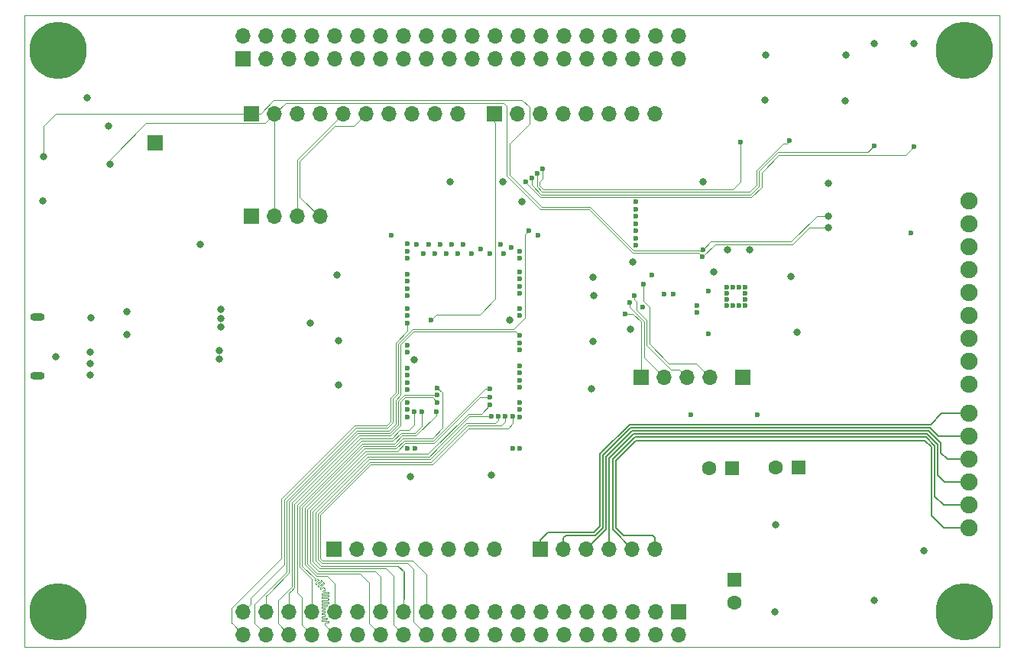
<source format=gbr>
G04 #@! TF.GenerationSoftware,KiCad,Pcbnew,5.1.4-e60b266~84~ubuntu16.04.1*
G04 #@! TF.CreationDate,2019-11-21T17:23:13+01:00*
G04 #@! TF.ProjectId,SRAM_board,5352414d-5f62-46f6-9172-642e6b696361,rev?*
G04 #@! TF.SameCoordinates,Original*
G04 #@! TF.FileFunction,Copper,L3,Inr*
G04 #@! TF.FilePolarity,Positive*
%FSLAX46Y46*%
G04 Gerber Fmt 4.6, Leading zero omitted, Abs format (unit mm)*
G04 Created by KiCad (PCBNEW 5.1.4-e60b266~84~ubuntu16.04.1) date 2019-11-21 17:23:13*
%MOMM*%
%LPD*%
G04 APERTURE LIST*
%ADD10C,0.050000*%
%ADD11C,6.350000*%
%ADD12R,1.600000X1.600000*%
%ADD13C,1.600000*%
%ADD14R,1.700000X1.700000*%
%ADD15O,1.700000X1.700000*%
%ADD16O,1.600000X0.900000*%
%ADD17C,1.900000*%
%ADD18C,0.600000*%
%ADD19C,0.800000*%
%ADD20C,0.088900*%
%ADD21C,0.152400*%
G04 APERTURE END LIST*
D10*
X104280000Y66110000D02*
X104280000Y66030000D01*
X104280000Y-3885000D02*
X104280000Y-3800000D01*
X-3720000Y-3800000D02*
X-3720000Y-3885000D01*
X-3720000Y66030000D02*
X-3720000Y66110000D01*
X104280000Y-3800000D02*
X104280000Y66030000D01*
X-3720000Y-3885000D02*
X104280000Y-3885000D01*
X-3720000Y66110000D02*
X104280000Y66110000D01*
X-3720000Y-3800000D02*
X-3720000Y66030000D01*
D11*
X100440000Y62230000D03*
X100440000Y0D03*
X0Y62230000D03*
X0Y0D03*
D12*
X74879200Y3530600D03*
D13*
X74879200Y1030600D03*
X79516600Y16017240D03*
D12*
X82016600Y16017240D03*
X74655680Y15930880D03*
D13*
X72155680Y15930880D03*
D14*
X48370000Y55250000D03*
D15*
X50910000Y55250000D03*
X53450000Y55250000D03*
X55990000Y55250000D03*
X58530000Y55250000D03*
X61070000Y55250000D03*
X63610000Y55250000D03*
X66150000Y55250000D03*
D14*
X53450000Y6990000D03*
D15*
X55990000Y6990000D03*
X58530000Y6990000D03*
X61070000Y6990000D03*
X63610000Y6990000D03*
X66150000Y6990000D03*
D14*
X21450000Y55250000D03*
D15*
X23990000Y55250000D03*
X26530000Y55250000D03*
X29070000Y55250000D03*
X31610000Y55250000D03*
X34150000Y55250000D03*
X36690000Y55250000D03*
X39230000Y55250000D03*
X41770000Y55250000D03*
X44310000Y55250000D03*
X48370000Y6990000D03*
X45830000Y6990000D03*
X43290000Y6990000D03*
X40750000Y6990000D03*
X38210000Y6990000D03*
X35670000Y6990000D03*
X33130000Y6990000D03*
D14*
X30590000Y6990000D03*
X10706100Y51981100D03*
X64566800Y26009600D03*
D15*
X67106800Y26009600D03*
X69646800Y26009600D03*
X72186800Y26009600D03*
D14*
X75844400Y26009600D03*
D15*
X68760000Y63880000D03*
X68760000Y61340000D03*
X66220000Y63880000D03*
X66220000Y61340000D03*
X63680000Y63880000D03*
X63680000Y61340000D03*
X61140000Y63880000D03*
X61140000Y61340000D03*
X58600000Y63880000D03*
X58600000Y61340000D03*
X56060000Y63880000D03*
X56060000Y61340000D03*
X53520000Y63880000D03*
X53520000Y61340000D03*
X50980000Y63880000D03*
X50980000Y61340000D03*
X48440000Y63880000D03*
X48440000Y61340000D03*
X45900000Y63880000D03*
X45900000Y61340000D03*
X43360000Y63880000D03*
X43360000Y61340000D03*
X40820000Y63880000D03*
X40820000Y61340000D03*
X38280000Y63880000D03*
X38280000Y61340000D03*
X35740000Y63880000D03*
X35740000Y61340000D03*
X33200000Y63880000D03*
X33200000Y61340000D03*
X30660000Y63880000D03*
X30660000Y61340000D03*
X28120000Y63880000D03*
X28120000Y61340000D03*
X25580000Y63880000D03*
X25580000Y61340000D03*
X23040000Y63880000D03*
X23040000Y61340000D03*
X20500000Y63880000D03*
D14*
X20500000Y61340000D03*
X68760000Y0D03*
D15*
X68760000Y-2540000D03*
X66220000Y0D03*
X66220000Y-2540000D03*
X63680000Y0D03*
X63680000Y-2540000D03*
X61140000Y0D03*
X61140000Y-2540000D03*
X58600000Y0D03*
X58600000Y-2540000D03*
X56060000Y0D03*
X56060000Y-2540000D03*
X53520000Y0D03*
X53520000Y-2540000D03*
X50980000Y0D03*
X50980000Y-2540000D03*
X48440000Y0D03*
X48440000Y-2540000D03*
X45900000Y0D03*
X45900000Y-2540000D03*
X43360000Y0D03*
X43360000Y-2540000D03*
X40820000Y0D03*
X40820000Y-2540000D03*
X38280000Y0D03*
X38280000Y-2540000D03*
X35740000Y0D03*
X35740000Y-2540000D03*
X33200000Y0D03*
X33200000Y-2540000D03*
X30660000Y0D03*
X30660000Y-2540000D03*
X28120000Y0D03*
X28120000Y-2540000D03*
X25580000Y0D03*
X25580000Y-2540000D03*
X23040000Y0D03*
X23040000Y-2540000D03*
X20500000Y0D03*
X20500000Y-2540000D03*
D16*
X-2286000Y32733520D03*
X-2286000Y26133520D03*
D17*
X100939600Y25247600D03*
X100939600Y27787600D03*
X100939600Y30327600D03*
X100939600Y32867600D03*
X100939600Y35407600D03*
X100939600Y37947600D03*
X100939600Y40487600D03*
X100939600Y43027600D03*
X100939600Y45567600D03*
X100939600Y22009100D03*
X100939600Y19469100D03*
X100939600Y16929100D03*
X100939600Y14389100D03*
X100939600Y11849100D03*
X100939600Y9309100D03*
D15*
X29006800Y43853100D03*
X26466800Y43853100D03*
X23926800Y43853100D03*
D14*
X21386800Y43853100D03*
D18*
X76098400Y33985200D03*
X75412600Y33985200D03*
X74752200Y33985200D03*
X74091800Y33985200D03*
X76098400Y34645600D03*
X74091800Y34645600D03*
X74091800Y35306000D03*
X76098400Y35306000D03*
X76098400Y36017200D03*
X75412600Y36017200D03*
X74752200Y36017200D03*
X74091800Y36017200D03*
D19*
X51384200Y45491400D03*
X49225200Y47675800D03*
X43383200Y47675800D03*
X59261150Y37109400D03*
X59309000Y35052000D03*
X59080400Y24765000D03*
X38989000Y14960600D03*
X48006000Y15189200D03*
X30883330Y37388800D03*
X31031959Y30085162D03*
X31038800Y25120600D03*
X59283600Y29946600D03*
X79400400Y0D03*
X79476600Y9702800D03*
X90449400Y1295400D03*
X95935800Y6756400D03*
X7594600Y33248600D03*
X7594600Y30708600D03*
X3657600Y32613600D03*
X3530600Y26263600D03*
X-279400Y28295600D03*
X3530600Y28803600D03*
X3530600Y27533600D03*
X27914600Y31978600D03*
X18008600Y32486600D03*
X18009278Y33497979D03*
X17881600Y28930600D03*
X17881600Y28041600D03*
X15722600Y40741600D03*
D18*
X94462600Y42011600D03*
D19*
X63411100Y31343600D03*
X63665100Y38773100D03*
D18*
X65760600Y37312600D03*
X67094100Y35217100D03*
X68110100Y35217100D03*
X64744600Y33756600D03*
D19*
X-1676400Y45567600D03*
X3213100Y56997600D03*
X5562600Y53822600D03*
D18*
X70104000Y21844000D03*
X77470000Y21844000D03*
D19*
X78333600Y56743600D03*
X78384400Y61772800D03*
X87274400Y61722000D03*
X87223600Y56642000D03*
X90373200Y62992000D03*
X94792800Y62992000D03*
X85293200Y47548800D03*
X71424800Y47650400D03*
X72593200Y37719000D03*
X81864200Y30962600D03*
X81203800Y37160200D03*
X74193400Y40132040D03*
X76606400Y40132040D03*
X18008600Y31597600D03*
X50012600Y32359600D03*
X39408100Y27914600D03*
D18*
X81026000Y52222400D03*
X53043507Y48599742D03*
X75590400Y52120800D03*
X53685545Y49077016D03*
X51155600Y30619603D03*
X63982600Y40640582D03*
X63982600Y41440585D03*
X63982600Y42240588D03*
X63982600Y43040591D03*
X63982600Y43840594D03*
X63982600Y44640597D03*
X63982600Y45440600D03*
D19*
X-1651000Y50444400D03*
X85318600Y43865800D03*
D18*
X71426051Y40169558D03*
X70755685Y33993915D03*
D19*
X5765800Y49606200D03*
X85293200Y42621200D03*
D18*
X71399400Y39370000D03*
X70765368Y33193971D03*
X94792800Y51562000D03*
X51765200Y47650400D03*
X90373200Y51663600D03*
X52451196Y48061997D03*
X62776100Y33058100D03*
X63347600Y34328100D03*
X63855600Y35026600D03*
X64808100Y36296600D03*
X72034400Y35534600D03*
X72034400Y30835600D03*
X38709600Y21615594D03*
X53187600Y41757600D03*
X36931600Y41757600D03*
X51155600Y21615594D03*
X45821600Y39725600D03*
X46843625Y40227575D03*
X38709600Y29565600D03*
X51155600Y39979600D03*
X38709600Y28765597D03*
X51155600Y39179597D03*
X38709600Y27025600D03*
X51155600Y37693600D03*
X38709600Y26225597D03*
X51155600Y36893597D03*
X38709600Y25425594D03*
X51155600Y36093594D03*
X38709600Y24625591D03*
X51155600Y35293591D03*
X38709600Y23215600D03*
X51155600Y33629600D03*
X38709600Y22415597D03*
X51155600Y32829597D03*
X38709600Y32829597D03*
X51155600Y29819600D03*
X38709600Y33629600D03*
X51155600Y29019597D03*
X38709600Y35039591D03*
X51155600Y27279600D03*
X38709600Y35839594D03*
X51155600Y26479597D03*
X38709600Y36639597D03*
X51155600Y25679594D03*
X38709600Y37439600D03*
X51155600Y24879591D03*
X38709600Y39179597D03*
X51155600Y23215600D03*
X38709600Y39979600D03*
X51155600Y22415597D03*
X50237405Y40435539D03*
X49377600Y39725600D03*
X49001250Y40741600D03*
X47853600Y39725600D03*
X44842050Y40741600D03*
X43027600Y39725600D03*
X44297600Y39725600D03*
X41757600Y39725600D03*
X43572050Y40741600D03*
X42302050Y40741600D03*
X41032050Y40741600D03*
X40487600Y39725600D03*
X39725600Y40741600D03*
X38709600Y40779603D03*
X38709600Y18135600D03*
X39509603Y18135600D03*
X50355597Y18135600D03*
X51155600Y18135600D03*
X52171600Y42265600D03*
X38709600Y32029594D03*
X39479278Y22197424D03*
X40279276Y22199731D03*
X41275000Y32385000D03*
X41879278Y22199613D03*
X42011600Y23215600D03*
X42011600Y24015603D03*
X42011600Y24815606D03*
X47853600Y24739600D03*
X47853600Y23761603D03*
X47853600Y22961600D03*
X47959552Y21691588D03*
X48759553Y21691653D03*
X49559554Y21691264D03*
X50359548Y21694996D03*
D20*
X80315241Y51922401D02*
X77349380Y48956540D01*
X80726001Y51922401D02*
X80315241Y51922401D01*
X81026000Y52222400D02*
X80726001Y51922401D01*
X77349380Y48956540D02*
X77349380Y47330940D01*
X77349380Y47330940D02*
X76581311Y46562871D01*
X76581311Y46562871D02*
X53619089Y46562871D01*
X53043507Y47138453D02*
X53043507Y48599742D01*
X53619089Y46562871D02*
X53043507Y47138453D01*
X75590400Y52120800D02*
X75590400Y47715381D01*
X75590400Y47715381D02*
X74726800Y46851781D01*
X63514181Y46851781D02*
X53738759Y46851781D01*
X74726800Y46851781D02*
X63514181Y46851781D01*
X63514181Y46851781D02*
X63449200Y46851781D01*
X53738759Y46851781D02*
X53340000Y47250540D01*
X53340000Y47250540D02*
X53340000Y47701200D01*
X53685545Y48046745D02*
X53685545Y49077016D01*
X53340000Y47701200D02*
X53685545Y48046745D01*
X51155600Y30619603D02*
X50720513Y31054690D01*
X39392902Y31054690D02*
X37947600Y29609388D01*
X50720513Y31054690D02*
X39392902Y31054690D01*
X37947600Y29609388D02*
X37947600Y24076548D01*
X37369780Y23498728D02*
X37369780Y20870208D01*
X37947600Y24076548D02*
X37369780Y23498728D01*
X37369780Y20870208D02*
X36612996Y20113424D01*
X33089884Y20113424D02*
X25301770Y12325310D01*
X36612996Y20113424D02*
X33089884Y20113424D01*
X25301770Y12325310D02*
X25301770Y4450550D01*
X25301770Y4450550D02*
X21742400Y891180D01*
X21742400Y-1242400D02*
X23040000Y-2540000D01*
X21742400Y891180D02*
X21742400Y-1242400D01*
D21*
X97891600Y22009100D02*
X100939600Y22009100D01*
X96662830Y20780330D02*
X97891600Y22009100D01*
X63290681Y20780330D02*
X96662830Y20780330D01*
X60012770Y17502419D02*
X60219208Y17708856D01*
X60012770Y9469534D02*
X60012770Y17502419D01*
X53450000Y6990000D02*
X53450000Y7992400D01*
X53450000Y7992400D02*
X54293610Y8836010D01*
X54293610Y8836010D02*
X59379246Y8836010D01*
X60219208Y17708856D02*
X63290681Y20780330D01*
X59379246Y8836010D02*
X60012770Y9469534D01*
X55990000Y8192081D02*
X56281519Y8483600D01*
X55990000Y6990000D02*
X55990000Y8192081D01*
X56281519Y8483600D02*
X59525218Y8483600D01*
X59525218Y8483600D02*
X60365180Y9323562D01*
X60365180Y17356446D02*
X63436654Y20427920D01*
X60365180Y9323562D02*
X60365180Y17356446D01*
X63436654Y20427920D02*
X67735420Y20427920D01*
X67735420Y20427920D02*
X68046600Y20427920D01*
X97535632Y19469100D02*
X100939600Y19469100D01*
X96576812Y20427920D02*
X97535632Y19469100D01*
X67735420Y20427920D02*
X96576812Y20427920D01*
X60717590Y17210473D02*
X63582627Y20075510D01*
X60717590Y9177590D02*
X60717590Y17210473D01*
X58530000Y6990000D02*
X60717590Y9177590D01*
X67827510Y20075510D02*
X96430839Y20075510D01*
X96430839Y20075510D02*
X97805830Y18700519D01*
X63582627Y20075510D02*
X67827510Y20075510D01*
X67827510Y20075510D02*
X68046600Y20075510D01*
X97805830Y18700519D02*
X97805830Y17649870D01*
X98526600Y16929100D02*
X100939600Y16929100D01*
X97805830Y17649870D02*
X98526600Y16929100D01*
X61070000Y6990000D02*
X61070000Y17064500D01*
X61070000Y17064500D02*
X63728600Y19723100D01*
X96284866Y19723100D02*
X97453420Y18554546D01*
X67792600Y19723100D02*
X96284866Y19723100D01*
X63728600Y19723100D02*
X67792600Y19723100D01*
X67792600Y19723100D02*
X67983100Y19723100D01*
X97453420Y18554546D02*
X97453420Y15144780D01*
X98209100Y14389100D02*
X100939600Y14389100D01*
X97453420Y15144780D02*
X98209100Y14389100D01*
X98082100Y11849100D02*
X100939600Y11849100D01*
X97101010Y12830190D02*
X98082100Y11849100D01*
X96138893Y19370690D02*
X97101010Y18408573D01*
X97101010Y18408573D02*
X97101010Y12830190D01*
X63610000Y6990000D02*
X61422410Y9177590D01*
X61422410Y9177590D02*
X61422410Y16918528D01*
X61422410Y16918528D02*
X63874572Y19370690D01*
X63874572Y19370690D02*
X96138893Y19370690D01*
X98145600Y9309100D02*
X100939600Y9309100D01*
X62614782Y8483600D02*
X61774820Y9323562D01*
X65858481Y8483600D02*
X62614782Y8483600D01*
X61774820Y16772556D02*
X64020544Y19018280D01*
X96748600Y18262600D02*
X96748600Y10706100D01*
X66150000Y8192081D02*
X65858481Y8483600D01*
X61774820Y9323562D02*
X61774820Y16772556D01*
X64020544Y19018280D02*
X95992920Y19018280D01*
X95992920Y19018280D02*
X96748600Y18262600D01*
X66150000Y6990000D02*
X66150000Y8192081D01*
X96748600Y10706100D02*
X98145600Y9309100D01*
D20*
X-1651000Y50444400D02*
X-1651000Y53873400D01*
X-274400Y55250000D02*
X21450000Y55250000D01*
X-1651000Y53873400D02*
X-274400Y55250000D01*
X53561270Y44891310D02*
X58946071Y44891309D01*
X50012600Y51892200D02*
X50012600Y48439980D01*
X52197000Y54076600D02*
X50012600Y51892200D01*
X50012600Y48439980D02*
X53561270Y44891310D01*
X52197000Y55933886D02*
X52197000Y54076600D01*
X51403177Y56727709D02*
X52197000Y55933886D01*
X21450000Y55250000D02*
X22388900Y55250000D01*
X22388900Y55250000D02*
X23866609Y56727709D01*
X58946071Y44891309D02*
X63741249Y40096131D01*
X23866609Y56727709D02*
X51403177Y56727709D01*
X71352624Y40096131D02*
X71426051Y40169558D01*
X63741249Y40096131D02*
X71352624Y40096131D01*
X81222799Y41065399D02*
X72321892Y41065399D01*
X72321892Y41065399D02*
X71426051Y40169558D01*
X84023200Y43865800D02*
X81222799Y41065399D01*
X85318600Y43865800D02*
X84023200Y43865800D01*
X22895549Y54155549D02*
X23990000Y55250000D01*
X9749464Y54155549D02*
X22895549Y54155549D01*
X5765800Y50171885D02*
X9749464Y54155549D01*
X5765800Y49606200D02*
X5765800Y50171885D01*
X23990000Y43827400D02*
X23926800Y43764200D01*
X23990000Y55250000D02*
X23990000Y43827400D01*
X63621579Y39807221D02*
X70962179Y39807221D01*
X49682400Y48361600D02*
X53441600Y44602400D01*
X49682400Y56077612D02*
X49682400Y48361600D01*
X58826400Y44602400D02*
X63621579Y39807221D01*
X53441600Y44602400D02*
X58826400Y44602400D01*
X23990000Y55250000D02*
X25178800Y56438800D01*
X25178800Y56438800D02*
X49321212Y56438800D01*
X49321212Y56438800D02*
X49682400Y56077612D01*
X70962179Y39807221D02*
X71399400Y39370000D01*
X72805889Y40776489D02*
X71399400Y39370000D01*
X81342470Y40776490D02*
X72805889Y40776489D01*
X83187180Y42621200D02*
X81342470Y40776490D01*
X85293200Y42621200D02*
X83187180Y42621200D01*
X26466800Y50106800D02*
X26466800Y43764200D01*
X31610000Y55250000D02*
X26466800Y50106800D01*
X34150000Y55250000D02*
X32743210Y53843210D01*
X32743210Y53843210D02*
X30611790Y53843210D01*
X30611790Y53843210D02*
X26755710Y49987130D01*
X26755710Y46015290D02*
X29006800Y43764200D01*
X26755710Y49987130D02*
X26755710Y46015290D01*
X76820651Y45985051D02*
X53379749Y45985051D01*
X77927200Y47091600D02*
X76820651Y45985051D01*
X94792800Y51562000D02*
X93881590Y50650790D01*
X93881590Y50650790D02*
X79860790Y50650790D01*
X79860790Y50650790D02*
X77927200Y48717200D01*
X77927200Y48717200D02*
X77927200Y47091600D01*
X53379749Y45985051D02*
X51765200Y47599600D01*
X51765200Y47599600D02*
X51765200Y47650400D01*
X90373200Y51663600D02*
X89712800Y51003200D01*
X90373200Y51663600D02*
X89649300Y50939700D01*
X89649300Y50939700D02*
X79741119Y50939699D01*
X79741119Y50939699D02*
X77638290Y48836870D01*
X77638290Y48836870D02*
X77638290Y47211270D01*
X77638290Y47211270D02*
X76700981Y46273961D01*
X76700981Y46273961D02*
X53499419Y46273961D01*
X52451196Y47322184D02*
X52451196Y48061997D01*
X53499419Y46273961D02*
X52451196Y47322184D01*
X62776100Y33058100D02*
X63665100Y33058100D01*
X64566800Y32156400D02*
X63665100Y33058100D01*
X64566800Y26009600D02*
X64566800Y32156400D01*
X64906510Y32225270D02*
X64906510Y28209890D01*
X63347600Y33784180D02*
X64906510Y32225270D01*
X64906510Y28209890D02*
X67106800Y26009600D01*
X63347600Y34328100D02*
X63347600Y33784180D01*
X67908751Y26859599D02*
X68796801Y26859599D01*
X68796801Y26859599D02*
X69646800Y26009600D01*
X65195420Y29572930D02*
X67908751Y26859599D01*
X65195420Y32344940D02*
X65195420Y29572930D01*
X63855600Y34602336D02*
X64046100Y34411836D01*
X64046100Y33494260D02*
X65195420Y32344940D01*
X63855600Y35026600D02*
X63855600Y34602336D01*
X64046100Y34411836D02*
X64046100Y33494260D01*
X70662800Y27533600D02*
X72186800Y26009600D01*
X67665600Y27533600D02*
X70662800Y27533600D01*
X65506600Y29692600D02*
X67665600Y27533600D01*
X65484330Y33822658D02*
X65484330Y29692600D01*
X64808100Y34498888D02*
X65484330Y33822658D01*
X64808100Y36296600D02*
X64808100Y34498888D01*
X65484330Y29692600D02*
X65506600Y29692600D01*
X51700051Y32568260D02*
X50475391Y31343600D01*
X51700051Y41794051D02*
X51700051Y32568260D01*
X52171600Y42265600D02*
X51700051Y41794051D01*
X50475391Y31343600D02*
X49631600Y31343600D01*
X39273231Y31343599D02*
X37658690Y29729058D01*
X49631600Y31343600D02*
X39273231Y31343599D01*
X37658690Y29729058D02*
X37658690Y24196218D01*
X37658690Y24196218D02*
X37080870Y23618398D01*
X37080870Y23618398D02*
X37080870Y20989878D01*
X37080870Y20989878D02*
X36493326Y20402334D01*
X32970213Y20402333D02*
X25012860Y12444980D01*
X36493326Y20402334D02*
X32970213Y20402333D01*
X25012860Y12444980D02*
X25012860Y5226260D01*
X21349999Y849999D02*
X20500000Y0D01*
X21349999Y1563399D02*
X21349999Y849999D01*
X25012860Y5226260D02*
X21349999Y1563399D01*
X19255400Y-1295400D02*
X20500000Y-2540000D01*
X19202400Y-1295400D02*
X19255400Y-1295400D01*
X19202400Y431800D02*
X19202400Y-1295400D01*
X38709600Y31188548D02*
X37369780Y29848728D01*
X24723950Y12564650D02*
X24723950Y5953350D01*
X36791960Y23738068D02*
X36791960Y21109548D01*
X37369780Y29848728D02*
X37369780Y24315888D01*
X36791960Y21109548D02*
X36373654Y20691242D01*
X37369780Y24315888D02*
X36791960Y23738068D01*
X36373654Y20691242D02*
X32850542Y20691242D01*
X32850542Y20691242D02*
X24723950Y12564650D01*
X38709600Y32029594D02*
X38709600Y31188548D01*
X24723950Y5953350D02*
X19202400Y431800D01*
X39479278Y22197424D02*
X39479278Y21579484D01*
X39479278Y22197424D02*
X39479278Y20767275D01*
X38836600Y20124597D02*
X37849908Y20124596D01*
X39479278Y20767275D02*
X38836600Y20124597D01*
X36972008Y19246696D02*
X35934496Y19246696D01*
X35934496Y19246696D02*
X35934494Y19246694D01*
X37849908Y20124596D02*
X36972008Y19246696D01*
X33448894Y19246694D02*
X26168500Y11966300D01*
X35934494Y19246694D02*
X33448894Y19246694D01*
X26168500Y11966300D02*
X26168500Y2724300D01*
X25580000Y2135800D02*
X25580000Y0D01*
X26168500Y2724300D02*
X25781000Y2336800D01*
X25781000Y2336800D02*
X25580000Y2135800D01*
X25781000Y2336800D02*
X25628600Y2184400D01*
X40279276Y22199731D02*
X40279276Y20583927D01*
X37969579Y19835687D02*
X37091678Y18957786D01*
X39531036Y19835687D02*
X37969579Y19835687D01*
X40279276Y20583927D02*
X39531036Y19835687D01*
X37091678Y18957786D02*
X36068000Y18957786D01*
X33568565Y18957785D02*
X26457410Y11846630D01*
X36068000Y18957786D02*
X33568565Y18957785D01*
X26457410Y11846630D02*
X26457410Y2149610D01*
X27025549Y-1445549D02*
X28120000Y-2540000D01*
X27025549Y1581471D02*
X27025549Y-1445549D01*
X26457410Y2149610D02*
X27025549Y1581471D01*
X41275000Y32385000D02*
X41859200Y32969200D01*
X41859200Y32969200D02*
X46736000Y32969200D01*
X48456799Y54224301D02*
X48370000Y54311100D01*
X48456799Y34689999D02*
X48456799Y54224301D01*
X48370000Y54311100D02*
X48370000Y55250000D01*
X46736000Y32969200D02*
X48456799Y34689999D01*
X38089250Y19546778D02*
X37211348Y18668876D01*
X39650708Y19546779D02*
X38089250Y19546778D01*
X41879278Y21775349D02*
X39650708Y19546779D01*
X41879278Y22199613D02*
X41879278Y21775349D01*
X33688236Y18668876D02*
X26746320Y11726960D01*
X37211348Y18668876D02*
X33688236Y18668876D01*
X26746322Y8737478D02*
X26746322Y4986238D01*
X26746320Y11726960D02*
X26746320Y9271120D01*
X26746320Y9271120D02*
X26746320Y8737480D01*
X26746320Y9271120D02*
X26746320Y9220200D01*
X26746320Y8737480D02*
X26746322Y8737478D01*
X26746322Y4986238D02*
X28117800Y3614760D01*
X28117800Y1803400D02*
X28120000Y1801200D01*
X28117800Y3614760D02*
X28117800Y1803400D01*
X28120000Y1801200D02*
X28120000Y0D01*
X28117800Y1803400D02*
X28117800Y1600200D01*
X38448263Y23760051D02*
X37947600Y23259388D01*
X41467149Y23760051D02*
X38448263Y23760051D01*
X42011600Y23215600D02*
X41467149Y23760051D01*
X37947600Y20630868D02*
X36852338Y19535606D01*
X37947600Y23259388D02*
X37947600Y20630868D01*
X33329226Y19535606D02*
X25879590Y12085970D01*
X36852338Y19535606D02*
X33329226Y19535606D01*
X25879590Y12085970D02*
X25879590Y2843970D01*
X25879590Y2843970D02*
X24333200Y1297580D01*
X24333200Y-1293200D02*
X25580000Y-2540000D01*
X24333200Y-1041400D02*
X24333200Y-1293200D01*
X24333200Y1297580D02*
X24333200Y-1041400D01*
X24333200Y-1041400D02*
X24333200Y-1244600D01*
X38328592Y24048960D02*
X37658690Y23379058D01*
X37658690Y20750538D02*
X36732668Y19824516D01*
X37658690Y23379058D02*
X37658690Y20750538D01*
X36732668Y19824516D02*
X33209555Y19824515D01*
X33209555Y19824515D02*
X25590680Y12205640D01*
X25590680Y12205640D02*
X25590680Y4330880D01*
X23164800Y1905000D02*
X23040000Y1780200D01*
X25590680Y4330880D02*
X23164800Y1905000D01*
X23040000Y1780200D02*
X23040000Y0D01*
X23164800Y1905000D02*
X23139400Y1879600D01*
X41978243Y24048960D02*
X42011600Y24015603D01*
X38328592Y24048960D02*
X41978243Y24048960D01*
X42556051Y24271155D02*
X42011600Y24815606D01*
X42556051Y20458051D02*
X42556051Y24271155D01*
X42556051Y20458051D02*
X42556051Y20376260D01*
X29701600Y-1581600D02*
X30660000Y-2540000D01*
X29565549Y-1445549D02*
X29701600Y-1581600D01*
X29565549Y-1258209D02*
X29565549Y-1445549D01*
X29567778Y-1238426D02*
X29565549Y-1258209D01*
X29574353Y-1219636D02*
X29567778Y-1238426D01*
X29932078Y-1010904D02*
X29946154Y-1024980D01*
X29915222Y-1000312D02*
X29932078Y-1010904D01*
X29896432Y-993737D02*
X29915222Y-1000312D01*
X29876649Y-991509D02*
X29896432Y-993737D01*
X29254449Y-991509D02*
X29876649Y-991509D01*
X29234666Y-989280D02*
X29254449Y-991509D01*
X29199020Y-972113D02*
X29215876Y-982705D01*
X29184944Y-958037D02*
X29199020Y-972113D01*
X29174352Y-941181D02*
X29184944Y-958037D01*
X29167777Y-922391D02*
X29174352Y-941181D01*
X29199020Y-833104D02*
X29184944Y-847180D01*
X29715222Y777687D02*
X29732078Y767095D01*
X29932078Y2050486D02*
X29915222Y2039894D01*
X29215876Y1311087D02*
X29199020Y1300495D01*
X28514948Y3186230D02*
X28502536Y3170665D01*
X29946154Y2064562D02*
X29932078Y2050486D01*
X29234666Y1317662D02*
X29215876Y1311087D01*
X29584945Y-1202780D02*
X29574353Y-1219636D01*
X29965549Y1764391D02*
X29963321Y1744608D01*
X29215876Y439694D02*
X29234666Y433119D01*
X29599021Y-1188704D02*
X29584945Y-1202780D01*
X29963321Y1784173D02*
X29965549Y1764391D01*
X29956746Y1802963D02*
X29963321Y1784173D01*
X29946154Y1353362D02*
X29932078Y1339286D01*
X29956746Y1370218D02*
X29946154Y1353362D01*
X29956746Y1447363D02*
X29963321Y1428573D01*
X29167777Y1922408D02*
X29174352Y1903618D01*
X29199020Y2011695D02*
X29184944Y1997619D01*
X28766393Y2809061D02*
X28781957Y2796649D01*
X29165549Y1230991D02*
X29167777Y1211208D01*
X29915222Y2039894D02*
X29896432Y2033319D01*
X29457802Y3249024D02*
X29470214Y3233460D01*
X29199020Y1300495D02*
X29184944Y1286419D01*
X29317777Y2278008D02*
X29324352Y2259218D01*
X29876649Y1319891D02*
X29254449Y1319891D01*
X29946154Y1819819D02*
X29956746Y1802963D01*
X29915222Y2200087D02*
X29932078Y2189495D01*
X29963321Y1389008D02*
X29956746Y1370218D01*
X29932078Y1833895D02*
X29946154Y1819819D01*
X29956746Y1725818D02*
X29946154Y1708962D01*
X29956746Y2158563D02*
X29963321Y2139773D01*
X29615877Y-1178112D02*
X29599021Y-1188704D01*
X29896432Y2206662D02*
X29915222Y2200087D01*
X28430450Y3498556D02*
X28450107Y3478898D01*
X29965549Y1408791D02*
X29963321Y1389008D01*
X29876649Y1853291D02*
X29896432Y1851062D01*
X29384666Y2211119D02*
X29404449Y2208891D01*
X29915222Y1488887D02*
X29932078Y1478295D01*
X29963321Y-1100191D02*
X29956746Y-1118981D01*
X29315549Y2297791D02*
X29317777Y2278008D01*
X29476649Y2386691D02*
X29404449Y2386691D01*
X29496431Y2388919D02*
X29476649Y2386691D01*
X28419978Y3591492D02*
X28412691Y3576360D01*
X29932078Y2189495D02*
X29946154Y2175419D01*
X29114133Y3521519D02*
X29133541Y3525950D01*
X29565549Y2575591D02*
X29565549Y2475591D01*
X29715222Y-804905D02*
X29696432Y-811480D01*
X29746154Y-780237D02*
X29732078Y-794313D01*
X29756746Y-763381D02*
X29746154Y-780237D01*
X29763321Y-744591D02*
X29756746Y-763381D01*
X29765549Y-724809D02*
X29763321Y-744591D01*
X29300680Y2714735D02*
X29316244Y2727147D01*
X29756746Y-686236D02*
X29763321Y-705026D01*
X29143561Y2557616D02*
X29300680Y2714735D01*
X29746154Y-669380D02*
X29756746Y-686236D01*
X29127997Y2545204D02*
X29143561Y2557616D01*
X29110061Y2536566D02*
X29127997Y2545204D01*
X29070746Y2532136D02*
X29090653Y2532136D01*
X29676649Y-635909D02*
X29696432Y-638137D01*
X29051337Y2536566D02*
X29070746Y2532136D01*
X29496431Y-100280D02*
X29476649Y-102509D01*
X29254449Y-635909D02*
X29676649Y-635909D01*
X29033402Y2545204D02*
X29051337Y2536566D01*
X29515221Y-93705D02*
X29496431Y-100280D01*
X29234666Y-633680D02*
X29254449Y-635909D01*
X29017838Y2557616D02*
X29033402Y2545204D01*
X29174352Y-864036D02*
X29167777Y-882826D01*
X28992358Y2610524D02*
X28996788Y2591116D01*
X29184944Y-847180D02*
X29174352Y-864036D01*
X28992358Y2630431D02*
X28992358Y2610524D01*
X29876649Y2031091D02*
X29254449Y2031091D01*
X29963321Y2100208D02*
X29956746Y2081418D01*
X29915222Y1684294D02*
X29896432Y1677719D01*
X29174352Y1269563D02*
X29167777Y1250773D01*
X29483282Y3196116D02*
X29483281Y3176210D01*
X29284666Y77519D02*
X29304449Y75291D01*
X29896432Y2033319D02*
X29876649Y2031091D01*
X29470214Y3233460D02*
X29478851Y3215526D01*
X29184944Y1286419D02*
X29174352Y1269563D01*
X29478851Y3215526D02*
X29483282Y3196116D01*
X29265876Y84094D02*
X29284666Y77519D01*
X29165549Y1942191D02*
X29167777Y1922408D01*
X29349020Y2367295D02*
X29334944Y2353219D01*
X28451945Y3649259D02*
X28448208Y3632886D01*
X29476649Y-458109D02*
X29254449Y-458109D01*
X27035231Y5105909D02*
X28430450Y3710690D01*
X29284666Y-104737D02*
X29265876Y-111312D01*
X29206356Y3374747D02*
X28766393Y2934785D01*
X29234666Y433119D02*
X29254449Y430891D01*
X29353588Y2740214D02*
X29373495Y2740214D01*
X29199020Y1517086D02*
X29215876Y1506494D01*
X28745343Y2842561D02*
X28753981Y2824625D01*
X29546153Y397419D02*
X29556745Y380563D01*
X28838971Y3557585D02*
X28838970Y3537679D01*
X29556745Y-52181D02*
X29546153Y-69037D01*
X29963321Y1744608D02*
X29956746Y1725818D01*
X29946154Y2175419D02*
X29956746Y2158563D01*
X29515221Y2395494D02*
X29496431Y2388919D01*
X29133541Y3525950D02*
X29153449Y3525949D01*
X29404894Y3274504D02*
X29424302Y3270074D01*
X29963321Y1428573D02*
X29965549Y1408791D01*
X28450107Y3478898D02*
X28463238Y3468427D01*
X29476649Y-280309D02*
X29496431Y-282537D01*
X28996788Y2649840D02*
X28992358Y2630431D01*
X29165549Y-547009D02*
X29167777Y-566791D01*
X28625107Y3048094D02*
X28640671Y3060506D01*
X28834540Y3576995D02*
X28838971Y3557585D01*
X29915222Y-1160505D02*
X29896432Y-1167080D01*
X29349020Y2228286D02*
X29365876Y2217694D01*
X29165549Y519791D02*
X29167777Y500008D01*
X29215876Y-822512D02*
X29199020Y-833104D01*
X29005426Y2667775D02*
X28996788Y2649840D01*
X29167777Y-527226D02*
X29165549Y-547009D01*
X28607171Y3039456D02*
X28625107Y3048094D01*
X28527911Y3461140D02*
X28543042Y3468427D01*
X28514948Y3060506D02*
X28530512Y3048094D01*
X29167777Y1961973D02*
X29165549Y1942191D01*
X29365876Y2377887D02*
X29349020Y2367295D01*
X28745343Y2901285D02*
X28740913Y2881876D01*
X29496431Y428662D02*
X29515221Y422087D01*
X29946154Y1464219D02*
X29956746Y1447363D01*
X42556051Y20458051D02*
X42556050Y20376259D01*
X29896432Y1677719D02*
X29876649Y1675491D01*
X29956746Y2081418D02*
X29946154Y2064562D01*
X28813490Y3484771D02*
X28514948Y3186230D01*
X29254449Y1319891D02*
X29234666Y1317662D01*
X29174352Y1903618D02*
X29184944Y1886762D01*
X28687767Y3610493D02*
X28703331Y3622905D01*
X28440921Y3697559D02*
X28448208Y3682427D01*
X29167777Y1606373D02*
X29165549Y1586591D01*
X29496431Y-455880D02*
X29476649Y-458109D01*
X29563320Y2455808D02*
X29556745Y2437018D01*
X28813491Y3610493D02*
X28825903Y3594929D01*
X29732078Y628086D02*
X29715222Y617494D01*
X29184944Y1997619D02*
X29174352Y1980763D01*
X29404449Y2386691D02*
X29384666Y2384462D01*
X33807905Y18379965D02*
X27035230Y11607290D01*
X29732078Y-794313D02*
X29715222Y-804905D01*
X28408954Y3543192D02*
X28412691Y3526819D01*
X28740913Y2881876D02*
X28740913Y2861969D01*
X27035230Y11607290D02*
X27035231Y5105909D01*
X29532077Y-438713D02*
X29515221Y-449305D01*
X29184944Y1886762D02*
X29199020Y1872686D01*
X28703331Y3622905D02*
X28721266Y3631543D01*
X28781957Y2796649D02*
X28799892Y2788011D01*
X29165549Y1586591D02*
X29167777Y1566808D01*
X29696432Y784262D02*
X29715222Y777687D01*
X28825903Y3594929D02*
X28834540Y3576995D01*
X29218768Y3390311D02*
X29206356Y3374747D01*
X29932078Y983686D02*
X29915222Y973094D01*
X29532077Y2406086D02*
X29515221Y2395494D01*
X28430450Y3710690D02*
X28440921Y3697559D01*
X29932078Y-1149913D02*
X29915222Y-1160505D01*
X29167777Y539573D02*
X29165549Y519791D01*
X29334944Y2242362D02*
X29349020Y2228286D01*
X29896432Y1495462D02*
X29915222Y1488887D01*
X28819301Y2783581D02*
X28839208Y2783581D01*
X29254449Y1675491D02*
X29234666Y1673262D01*
X29167777Y855608D02*
X29174352Y836818D01*
X29556745Y303418D02*
X29546153Y286562D01*
X29963321Y2139773D02*
X29965549Y2119991D01*
X29946154Y1708962D02*
X29932078Y1694886D01*
X28779990Y3631543D02*
X28797927Y3622905D01*
X29457801Y3123302D02*
X29017838Y2683340D01*
X29184944Y-491580D02*
X29174352Y-508436D01*
X29167777Y-882826D02*
X29165549Y-902609D01*
X28996788Y2591116D02*
X29005426Y2573180D01*
X28463238Y3468427D02*
X28478369Y3461140D01*
X29483281Y3176210D02*
X29478851Y3156802D01*
X29234666Y-460337D02*
X29215876Y-466912D01*
X29231836Y3427655D02*
X29227406Y3408247D01*
X29896432Y1322119D02*
X29876649Y1319891D01*
X29965549Y2119991D02*
X29963321Y2100208D01*
X29932078Y1694886D02*
X29915222Y1684294D01*
X28797927Y3622905D02*
X28813491Y3610493D01*
X28511537Y3457403D02*
X28527911Y3461140D01*
X29470213Y3138866D02*
X29457801Y3123302D01*
X28548447Y3039456D02*
X28567856Y3035026D01*
X28760582Y3635972D02*
X28779990Y3631543D01*
X28451945Y3666054D02*
X28451945Y3649259D01*
X29442238Y3261436D02*
X29457802Y3249024D01*
X29496431Y-282537D02*
X29515221Y-289112D01*
X29478851Y3156802D02*
X29470213Y3138866D01*
X29215876Y-466912D02*
X29199020Y-477504D01*
X28530512Y3048094D02*
X28548447Y3039456D01*
X29254449Y2031091D02*
X29234666Y2028862D01*
X28489468Y3133321D02*
X28489468Y3113414D01*
X28448208Y3632886D02*
X28440921Y3617754D01*
X29231837Y3447561D02*
X29231836Y3427655D01*
X28825902Y3500335D02*
X28813490Y3484771D01*
X29915222Y1328694D02*
X29896432Y1322119D01*
X29254449Y1853291D02*
X29876649Y1853291D01*
X29896432Y-1167080D02*
X29876649Y-1169309D01*
X29365876Y2217694D02*
X29384666Y2211119D01*
X28838970Y3537679D02*
X28834540Y3518271D01*
X29932078Y1478295D02*
X29946154Y1464219D01*
X29167777Y1250773D02*
X29165549Y1230991D01*
X28721266Y3631543D02*
X28740674Y3635973D01*
X29199020Y944895D02*
X29184944Y930819D01*
X29254449Y-458109D02*
X29234666Y-460337D01*
X29165549Y-902609D02*
X29167777Y-922391D01*
X29005426Y2573180D02*
X29017838Y2557616D01*
X28412691Y3526819D02*
X28419978Y3511687D01*
X29174352Y1980763D02*
X29167777Y1961973D01*
X29384666Y2384462D02*
X29365876Y2377887D01*
X28753981Y2919220D02*
X28745343Y2901285D01*
X29476649Y430891D02*
X29496431Y428662D01*
X29763321Y-705026D02*
X29765549Y-724809D01*
X28440921Y3617754D02*
X28419978Y3591492D01*
X28419978Y3511687D02*
X28430450Y3498556D01*
X28502536Y3170665D02*
X28493898Y3152730D01*
X28494743Y3457403D02*
X28511537Y3457403D01*
X41437660Y19257869D02*
X38208921Y19257869D01*
X29556745Y-407781D02*
X29546153Y-424637D01*
X29206357Y3500469D02*
X29218769Y3484905D01*
X28493898Y3152730D02*
X28489468Y3133321D01*
X29096197Y3512882D02*
X29114133Y3521519D01*
X29234666Y2028862D02*
X29215876Y2022287D01*
X28489468Y3113414D02*
X28493898Y3094006D01*
X29215876Y2022287D02*
X29199020Y2011695D01*
X28493898Y3094006D02*
X28502536Y3076070D01*
X28502536Y3076070D02*
X28514948Y3060506D01*
X29234666Y-815937D02*
X29215876Y-822512D01*
X29017838Y2683340D02*
X29005426Y2667775D01*
X29174352Y-508436D02*
X29167777Y-527226D01*
X28587763Y3035026D02*
X28607171Y3039456D01*
X28640671Y3060506D02*
X29080633Y3500469D01*
X29080633Y3500469D02*
X29096197Y3512882D01*
X29215876Y955487D02*
X29199020Y944895D01*
X28448208Y3682427D02*
X28451945Y3666054D01*
X29746154Y642162D02*
X29732078Y628086D01*
X29426403Y2714735D02*
X29565549Y2575591D01*
X29876649Y1497691D02*
X29896432Y1495462D01*
X28799892Y2788011D02*
X28819301Y2783581D01*
X29876649Y1675491D02*
X29254449Y1675491D01*
X29165549Y875391D02*
X29167777Y855608D01*
X29563320Y322208D02*
X29556745Y303418D01*
X29153449Y3525949D02*
X29172857Y3521519D01*
X29565549Y2475591D02*
X29563320Y2455808D01*
X28478369Y3461140D02*
X28494743Y3457403D01*
X28556173Y3478898D02*
X28687767Y3610493D01*
X29876649Y-1169309D02*
X29654449Y-1169309D01*
X29915222Y1844487D02*
X29932078Y1833895D01*
X29174352Y481218D02*
X29184944Y464362D01*
X29218769Y3484905D02*
X29227406Y3466971D01*
X37331018Y18379966D02*
X33807905Y18379965D01*
X29227406Y3466971D02*
X29231837Y3447561D01*
X42556050Y20376259D02*
X41437660Y19257869D01*
X29932078Y1339286D02*
X29915222Y1328694D01*
X29227406Y3408247D02*
X29218768Y3390311D01*
X28766393Y2934785D02*
X28753981Y2919220D01*
X29254449Y430891D02*
X29476649Y430891D01*
X29334180Y2735784D02*
X29353588Y2740214D01*
X29184944Y1531162D02*
X29199020Y1517086D01*
X28740913Y2861969D02*
X28745343Y2842561D01*
X28753981Y2824625D02*
X28766393Y2809061D01*
X29556745Y380563D02*
X29563320Y361773D01*
X28839208Y2783581D02*
X28858616Y2788011D01*
X29234666Y1144319D02*
X29254449Y1142091D01*
X28858616Y2788011D02*
X28876552Y2796649D01*
X29254449Y1142091D02*
X29876649Y1142091D01*
X28876552Y2796649D02*
X28892116Y2809061D01*
X29876649Y1142091D02*
X29896432Y1139862D01*
X29172857Y3521519D02*
X29190793Y3512881D01*
X28892116Y2809061D02*
X29332078Y3249024D01*
X29896432Y1139862D02*
X29915222Y1133287D01*
X29332078Y3249024D02*
X29347642Y3261437D01*
X29199020Y1656095D02*
X29184944Y1642019D01*
X29915222Y1133287D02*
X29932078Y1122695D01*
X29174352Y913963D02*
X29167777Y895173D01*
X29347642Y3261437D02*
X29365578Y3270074D01*
X29167777Y895173D02*
X29165549Y875391D01*
X29365578Y3270074D02*
X29384986Y3274505D01*
X29215876Y-982705D02*
X29234666Y-989280D01*
X29090653Y2532136D02*
X29110061Y2536566D01*
X29696432Y-638137D02*
X29715222Y-644712D01*
X29424302Y3270074D02*
X29442238Y3261436D01*
X29234666Y1673262D02*
X29215876Y1666687D01*
X29234944Y219619D02*
X29224352Y202763D01*
X29215876Y1666687D02*
X29199020Y1656095D01*
X29224352Y202763D02*
X29217777Y183973D01*
X29254449Y786491D02*
X29676649Y786491D01*
X29184944Y1642019D02*
X29174352Y1625163D01*
X29224352Y125618D02*
X29234944Y108762D01*
X29676649Y786491D02*
X29696432Y784262D01*
X29174352Y1625163D02*
X29167777Y1606373D01*
X29234944Y108762D02*
X29249020Y94686D01*
X29316244Y2727147D02*
X29334180Y2735784D01*
X29174352Y1548018D02*
X29184944Y1531162D01*
X29373495Y2740214D02*
X29392903Y2735784D01*
X29215876Y1506494D02*
X29234666Y1499919D01*
X29392903Y2735784D02*
X29410839Y2727147D01*
X29234666Y1499919D02*
X29254449Y1497691D01*
X29410839Y2727147D02*
X29426403Y2714735D01*
X29254449Y1497691D02*
X29876649Y1497691D01*
X29167777Y1211208D02*
X29174352Y1192418D01*
X29174352Y1192418D02*
X29184944Y1175562D01*
X29184944Y1175562D02*
X29199020Y1161486D01*
X29199020Y1161486D02*
X29215876Y1150894D01*
X28412691Y3576360D02*
X28408954Y3559987D01*
X29215876Y1150894D02*
X29234666Y1144319D01*
X29932078Y1122695D02*
X29946154Y1108619D01*
X29963321Y1033408D02*
X29956746Y1014618D01*
X29956746Y1014618D02*
X29946154Y997762D01*
X29946154Y997762D02*
X29932078Y983686D01*
X29915222Y973094D02*
X29896432Y966519D01*
X29896432Y966519D02*
X29876649Y964291D01*
X29876649Y964291D02*
X29254449Y964291D01*
X29254449Y964291D02*
X29234666Y962062D01*
X29234666Y962062D02*
X29215876Y955487D01*
X29174352Y836818D02*
X29184944Y819962D01*
X29184944Y819962D02*
X29199020Y805886D01*
X29199020Y805886D02*
X29215876Y795294D01*
X29515221Y261894D02*
X29496431Y255319D01*
X29215876Y795294D02*
X29234666Y788719D01*
X29496431Y255319D02*
X29476649Y253091D01*
X29234666Y788719D02*
X29254449Y786491D01*
X29476649Y253091D02*
X29304449Y253091D01*
X29732078Y767095D02*
X29746154Y753019D01*
X29556745Y2437018D02*
X29546153Y2420162D01*
X29746154Y753019D02*
X29756746Y736163D01*
X29546153Y2420162D02*
X29532077Y2406086D01*
X29756746Y736163D02*
X29763321Y717373D01*
X29763321Y717373D02*
X29765549Y697591D01*
X29765549Y697591D02*
X29763321Y677808D01*
X29217777Y144408D02*
X29224352Y125618D01*
X29763321Y677808D02*
X29756746Y659018D01*
X29756746Y659018D02*
X29746154Y642162D01*
X29715222Y617494D02*
X29696432Y610919D01*
X29696432Y610919D02*
X29676649Y608691D01*
X29946154Y-1024980D02*
X29956746Y-1041836D01*
X29676649Y608691D02*
X29254449Y608691D01*
X29956746Y-1041836D02*
X29963321Y-1060626D01*
X29334944Y2353219D02*
X29324352Y2336363D01*
X29254449Y608691D02*
X29234666Y606462D01*
X29963321Y-1060626D02*
X29965549Y-1080409D01*
X29324352Y2336363D02*
X29317777Y2317573D01*
X29234666Y606462D02*
X29215876Y599887D01*
X29965549Y-1080409D02*
X29963321Y-1100191D01*
X29317777Y2317573D02*
X29315549Y2297791D01*
X29215876Y599887D02*
X29199020Y589295D01*
X29199020Y1872686D02*
X29215876Y1862094D01*
X29199020Y589295D02*
X29184944Y575219D01*
X29956746Y-1118981D02*
X29946154Y-1135837D01*
X29215876Y1862094D02*
X29234666Y1855519D01*
X29184944Y575219D02*
X29174352Y558363D01*
X29946154Y-1135837D02*
X29932078Y-1149913D01*
X29234666Y1855519D02*
X29254449Y1853291D01*
X29324352Y2259218D02*
X29334944Y2242362D01*
X29174352Y558363D02*
X29167777Y539573D01*
X29896432Y1851062D02*
X29915222Y1844487D01*
X29167777Y1566808D02*
X29174352Y1548018D01*
X29167777Y500008D02*
X29174352Y481218D01*
X29654449Y-1169309D02*
X29634667Y-1171537D01*
X29404449Y2208891D02*
X29876649Y2208891D01*
X29184944Y464362D02*
X29199020Y450286D01*
X29634667Y-1171537D02*
X29615877Y-1178112D01*
X29876649Y2208891D02*
X29896432Y2206662D01*
X29199020Y450286D02*
X29215876Y439694D01*
X29515221Y422087D02*
X29532077Y411495D01*
X29532077Y411495D02*
X29546153Y397419D01*
X29563320Y361773D02*
X29565549Y341991D01*
X29565549Y341991D02*
X29563320Y322208D01*
X29546153Y286562D02*
X29532077Y272486D01*
X29532077Y272486D02*
X29515221Y261894D01*
X29304449Y253091D02*
X29284666Y250862D01*
X28543042Y3468427D02*
X28556173Y3478898D01*
X29284666Y250862D02*
X29265876Y244287D01*
X29265876Y244287D02*
X29249020Y233695D01*
X28567856Y3035026D02*
X28587763Y3035026D01*
X29249020Y233695D02*
X29234944Y219619D01*
X29946154Y1108619D02*
X29956746Y1091763D01*
X29546153Y-313780D02*
X29556745Y-330636D01*
X29217777Y183973D02*
X29215549Y164191D01*
X29215549Y164191D02*
X29217777Y144408D01*
X29249020Y94686D02*
X29265876Y84094D01*
X29190793Y3512881D02*
X29206357Y3500469D01*
X28408954Y3559987D02*
X28408954Y3543192D01*
X29304449Y75291D02*
X29476649Y75290D01*
X29476649Y75290D02*
X29496431Y73062D01*
X29496431Y73062D02*
X29515221Y66487D01*
X29515221Y66487D02*
X29532077Y55895D01*
X29532077Y55895D02*
X29546153Y41819D01*
X28834540Y3518271D02*
X28825902Y3500335D01*
X29546153Y41819D02*
X29556745Y24963D01*
X29384986Y3274505D02*
X29404894Y3274504D01*
X29556745Y24963D02*
X29563320Y6173D01*
X29563320Y6173D02*
X29565549Y-13609D01*
X29565549Y-13609D02*
X29563320Y-33391D01*
X29167777Y-566791D02*
X29174352Y-585581D01*
X29563320Y-33391D02*
X29556745Y-52181D01*
X28740674Y3635973D02*
X28760582Y3635972D01*
X29174352Y-585581D02*
X29184944Y-602437D01*
X29546153Y-69037D02*
X29532077Y-83113D01*
X29532077Y-83113D02*
X29515221Y-93705D01*
X29215876Y-627105D02*
X29234666Y-633680D01*
X29476649Y-102509D02*
X29304449Y-102509D01*
X29304449Y-102509D02*
X29284666Y-104737D01*
X29265876Y-111312D02*
X29249020Y-121904D01*
X29249020Y-121904D02*
X29234944Y-135980D01*
X29234944Y-135980D02*
X29224352Y-152836D01*
X29224352Y-152836D02*
X29217777Y-171626D01*
X29217777Y-171626D02*
X29215549Y-191409D01*
X29215549Y-191409D02*
X29217777Y-211191D01*
X29217777Y-211191D02*
X29224352Y-229981D01*
X29676649Y-813709D02*
X29254449Y-813709D01*
X29224352Y-229981D02*
X29234944Y-246837D01*
X29234944Y-246837D02*
X29249020Y-260913D01*
X29249020Y-260913D02*
X29265876Y-271505D01*
X38208921Y19257869D02*
X37331018Y18379966D01*
X29265876Y-271505D02*
X29284666Y-278080D01*
X29284666Y-278080D02*
X29304449Y-280309D01*
X29304449Y-280309D02*
X29476649Y-280309D01*
X29515221Y-289112D02*
X29532077Y-299704D01*
X29532077Y-299704D02*
X29546153Y-313780D01*
X29956746Y1091763D02*
X29963321Y1072973D01*
X29556745Y-330636D02*
X29563320Y-349426D01*
X29963321Y1072973D02*
X29965549Y1053191D01*
X29563320Y-349426D02*
X29565549Y-369209D01*
X29965549Y1053191D02*
X29963321Y1033408D01*
X29565549Y-369209D02*
X29563320Y-388991D01*
X29184944Y930819D02*
X29174352Y913963D01*
X29563320Y-388991D02*
X29556745Y-407781D01*
X29546153Y-424637D02*
X29532077Y-438713D01*
X29515221Y-449305D02*
X29496431Y-455880D01*
X29199020Y-477504D02*
X29184944Y-491580D01*
X29184944Y-602437D02*
X29199020Y-616513D01*
X29199020Y-616513D02*
X29215876Y-627105D01*
X29715222Y-644712D02*
X29732078Y-655304D01*
X29732078Y-655304D02*
X29746154Y-669380D01*
X29696432Y-811480D02*
X29676649Y-813709D01*
X29254449Y-813709D02*
X29234666Y-815937D01*
X47853600Y24739600D02*
X47327971Y24739600D01*
X47327971Y24739600D02*
X41557332Y18968961D01*
X41557332Y18968961D02*
X38328592Y18968960D01*
X38328592Y18968960D02*
X37450688Y18091056D01*
X33927576Y18091056D02*
X27324140Y11487620D01*
X37450688Y18091056D02*
X33927576Y18091056D01*
X27324140Y11487620D02*
X27324140Y5225580D01*
X27324140Y5225580D02*
X28593580Y3956140D01*
X30657800Y1803400D02*
X30660000Y1801200D01*
X30660000Y1801200D02*
X30660000Y0D01*
X30657800Y1803400D02*
X30657800Y1574800D01*
X29825860Y3956140D02*
X30657800Y3124200D01*
X28593580Y3956140D02*
X29825860Y3956140D01*
X30657800Y3124200D02*
X30657800Y1803400D01*
X46758554Y23761603D02*
X41677002Y18680051D01*
X47853600Y23761603D02*
X46758554Y23761603D01*
X38448263Y18680051D02*
X37570358Y17802146D01*
X41677002Y18680051D02*
X38448263Y18680051D01*
X37570358Y17802146D02*
X35814000Y17802146D01*
X34047245Y17802145D02*
X27613050Y11367950D01*
X35814000Y17802146D02*
X34047245Y17802145D01*
X27613050Y11367950D02*
X27613050Y9194800D01*
X27613051Y5345249D02*
X28713250Y4245050D01*
X27613050Y9194800D02*
X27613051Y5345249D01*
X28713250Y4245050D02*
X33423150Y4245050D01*
X33423150Y4245050D02*
X34442400Y3225800D01*
X34442400Y-584200D02*
X34442400Y-1242400D01*
X34442400Y-584200D02*
X34442400Y-889000D01*
X34442400Y-1242400D02*
X35740000Y-2540000D01*
X34442400Y76200D02*
X34442400Y-1242400D01*
X34442400Y3225800D02*
X34442400Y76200D01*
X34442400Y76200D02*
X34442400Y-584200D01*
X46872498Y21980498D02*
X45447917Y21980497D01*
X47853600Y22961600D02*
X46872498Y21980498D01*
X45447917Y21980497D02*
X40980656Y17513236D01*
X40980656Y17513236D02*
X34166916Y17513236D01*
X34166916Y17513236D02*
X27901960Y11248280D01*
X27901960Y11248280D02*
X27901960Y5464920D01*
X27901960Y5464920D02*
X28832920Y4533960D01*
X28832920Y4533960D02*
X35115440Y4533960D01*
X35115440Y4533960D02*
X35737800Y3911600D01*
X35737800Y3911600D02*
X35737800Y1701800D01*
X35737800Y1701800D02*
X35740000Y1699600D01*
X35737800Y1701800D02*
X35737800Y1651000D01*
X35740000Y1699600D02*
X35740000Y0D01*
X47959552Y21691588D02*
X45567588Y21691588D01*
X42265600Y18389600D02*
X41238307Y17362307D01*
X42265600Y18389600D02*
X41100328Y17224328D01*
X45567588Y21691588D02*
X42265600Y18389600D01*
X41100328Y17224328D02*
X34286587Y17224327D01*
X34286587Y17224327D02*
X28190870Y11128610D01*
X28190870Y11128610D02*
X28190870Y9194800D01*
X28190871Y5584589D02*
X28952590Y4822870D01*
X28190870Y9194800D02*
X28190871Y5584589D01*
X28952590Y4822870D02*
X36325130Y4822870D01*
X36325130Y4822870D02*
X37185549Y3962451D01*
X37185549Y-431749D02*
X37185549Y-1445549D01*
X37185549Y3962451D02*
X37185549Y-431749D01*
X37185549Y-1445549D02*
X38280000Y-2540000D01*
X37185549Y-431749D02*
X37185549Y-1041349D01*
X48759553Y21267389D02*
X48421764Y20929600D01*
X48759553Y21691653D02*
X48759553Y21267389D01*
X48421764Y20929600D02*
X45214180Y20929600D01*
X45214180Y20929600D02*
X41219998Y16935418D01*
X41219998Y16935418D02*
X34406258Y16935418D01*
X34406258Y16935418D02*
X28479780Y11008940D01*
X28479780Y11008940D02*
X28479780Y5704260D01*
X28479780Y5704260D02*
X29072260Y5111780D01*
X37661820Y5111780D02*
X38303200Y4470400D01*
X38303200Y4470400D02*
X38303200Y1422400D01*
X38280000Y4430160D02*
X38280000Y0D01*
X37598380Y5111780D02*
X38280000Y4430160D01*
X29072260Y5111780D02*
X37598380Y5111780D01*
X37598380Y5111780D02*
X37661820Y5111780D01*
X49559554Y21691264D02*
X49559554Y21111554D01*
X49088690Y20640690D02*
X45333850Y20640690D01*
X49559554Y21111554D02*
X49088690Y20640690D01*
X45333850Y20640690D02*
X41339670Y16646510D01*
X41339670Y16646510D02*
X34525929Y16646509D01*
X34525929Y16646509D02*
X28768690Y10889270D01*
X28768690Y10889270D02*
X28768690Y9169400D01*
X28768691Y5823929D02*
X29191930Y5400690D01*
X28768690Y9169400D02*
X28768691Y5823929D01*
X29191930Y5400690D02*
X38693710Y5400690D01*
X38693710Y5400690D02*
X39374451Y4719949D01*
X39374451Y-1094451D02*
X40820000Y-2540000D01*
X39374451Y-55251D02*
X39374451Y-1094451D01*
X39374451Y4719949D02*
X39374451Y-55251D01*
X39374451Y-55251D02*
X39374451Y-537851D01*
X50359548Y21694996D02*
X50359548Y20895548D01*
X49815780Y20351780D02*
X45453520Y20351780D01*
X50359548Y20895548D02*
X49815780Y20351780D01*
X45453520Y20351780D02*
X41459340Y16357600D01*
X41459340Y16357600D02*
X34645600Y16357600D01*
X34645600Y16357600D02*
X29057600Y10769600D01*
X29057600Y10769600D02*
X29057600Y5943600D01*
X29057600Y5943600D02*
X29311600Y5689600D01*
X40820000Y4138000D02*
X40820000Y0D01*
X39268400Y5689600D02*
X40820000Y4138000D01*
X29311600Y5689600D02*
X39268400Y5689600D01*
M02*

</source>
